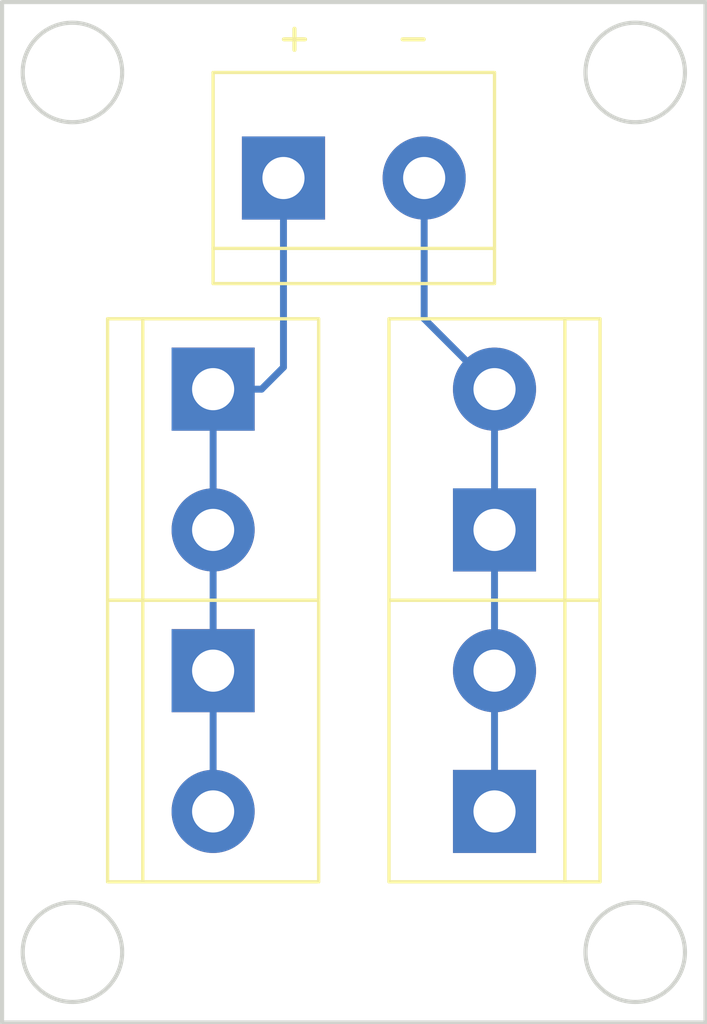
<source format=kicad_pcb>
(kicad_pcb (version 20171130) (host pcbnew 5.0.2+dfsg1-1)

  (general
    (thickness 1.6)
    (drawings 8)
    (tracks 9)
    (zones 0)
    (modules 5)
    (nets 1)
  )

  (page A4)
  (layers
    (0 F.Cu signal)
    (31 B.Cu signal)
    (32 B.Adhes user)
    (33 F.Adhes user)
    (34 B.Paste user)
    (35 F.Paste user)
    (36 B.SilkS user)
    (37 F.SilkS user)
    (38 B.Mask user)
    (39 F.Mask user)
    (40 Dwgs.User user)
    (41 Cmts.User user)
    (42 Eco1.User user)
    (43 Eco2.User user)
    (44 Edge.Cuts user)
    (45 Margin user)
    (46 B.CrtYd user)
    (47 F.CrtYd user)
    (48 B.Fab user)
    (49 F.Fab user)
  )

  (setup
    (last_trace_width 0.25)
    (trace_clearance 0.2)
    (zone_clearance 0.508)
    (zone_45_only no)
    (trace_min 0.2)
    (segment_width 0.2)
    (edge_width 0.15)
    (via_size 0.8)
    (via_drill 0.4)
    (via_min_size 0.4)
    (via_min_drill 0.3)
    (uvia_size 0.3)
    (uvia_drill 0.1)
    (uvias_allowed no)
    (uvia_min_size 0.2)
    (uvia_min_drill 0.1)
    (pcb_text_width 0.3)
    (pcb_text_size 1.5 1.5)
    (mod_edge_width 0.15)
    (mod_text_size 1 1)
    (mod_text_width 0.15)
    (pad_size 1.524 1.524)
    (pad_drill 0.762)
    (pad_to_mask_clearance 0.051)
    (solder_mask_min_width 0.25)
    (aux_axis_origin 0 0)
    (visible_elements FFFFFF7F)
    (pcbplotparams
      (layerselection 0x010fc_ffffffff)
      (usegerberextensions false)
      (usegerberattributes false)
      (usegerberadvancedattributes false)
      (creategerberjobfile false)
      (excludeedgelayer true)
      (linewidth 0.100000)
      (plotframeref false)
      (viasonmask false)
      (mode 1)
      (useauxorigin false)
      (hpglpennumber 1)
      (hpglpenspeed 20)
      (hpglpendiameter 15.000000)
      (psnegative false)
      (psa4output false)
      (plotreference true)
      (plotvalue true)
      (plotinvisibletext false)
      (padsonsilk false)
      (subtractmaskfromsilk false)
      (outputformat 1)
      (mirror false)
      (drillshape 1)
      (scaleselection 1)
      (outputdirectory ""))
  )

  (net 0 "")

  (net_class Default "Ceci est la Netclass par défaut."
    (clearance 0.2)
    (trace_width 0.25)
    (via_dia 0.8)
    (via_drill 0.4)
    (uvia_dia 0.3)
    (uvia_drill 0.1)
  )

  (module TerminalBlock:TerminalBlock_bornier-2_P5.08mm (layer F.Cu) (tedit 60A3C0D7) (tstamp 60A4DBDB)
    (at 43.18 27.94)
    (descr "simple 2-pin terminal block, pitch 5.08mm, revamped version of bornier2")
    (tags "terminal block bornier2")
    (fp_text reference "+    -" (at 2.54 -5.08) (layer F.SilkS)
      (effects (font (size 1 1) (thickness 0.15)))
    )
    (fp_text value TerminalBlock_bornier-2_P5.08mm (at 2.54 5.08) (layer F.Fab) hide
      (effects (font (size 1 1) (thickness 0.15)))
    )
    (fp_line (start 7.79 4) (end -2.71 4) (layer F.CrtYd) (width 0.05))
    (fp_line (start 7.79 4) (end 7.79 -4) (layer F.CrtYd) (width 0.05))
    (fp_line (start -2.71 -4) (end -2.71 4) (layer F.CrtYd) (width 0.05))
    (fp_line (start -2.71 -4) (end 7.79 -4) (layer F.CrtYd) (width 0.05))
    (fp_line (start -2.54 3.81) (end 7.62 3.81) (layer F.SilkS) (width 0.12))
    (fp_line (start -2.54 -3.81) (end -2.54 3.81) (layer F.SilkS) (width 0.12))
    (fp_line (start 7.62 -3.81) (end -2.54 -3.81) (layer F.SilkS) (width 0.12))
    (fp_line (start 7.62 3.81) (end 7.62 -3.81) (layer F.SilkS) (width 0.12))
    (fp_line (start 7.62 2.54) (end -2.54 2.54) (layer F.SilkS) (width 0.12))
    (fp_line (start 7.54 -3.75) (end -2.46 -3.75) (layer F.Fab) (width 0.1))
    (fp_line (start 7.54 3.75) (end 7.54 -3.75) (layer F.Fab) (width 0.1))
    (fp_line (start -2.46 3.75) (end 7.54 3.75) (layer F.Fab) (width 0.1))
    (fp_line (start -2.46 -3.75) (end -2.46 3.75) (layer F.Fab) (width 0.1))
    (fp_line (start -2.41 2.55) (end 7.49 2.55) (layer F.Fab) (width 0.1))
    (fp_text user %R (at 2.54 0) (layer F.Fab)
      (effects (font (size 1 1) (thickness 0.15)))
    )
    (pad 2 thru_hole circle (at 5.08 0) (size 3 3) (drill 1.52) (layers *.Cu *.Mask))
    (pad 1 thru_hole rect (at 0 0) (size 3 3) (drill 1.52) (layers *.Cu *.Mask))
    (model ${KISYS3DMOD}/TerminalBlock.3dshapes/TerminalBlock_bornier-2_P5.08mm.wrl
      (offset (xyz 2.539999961853027 0 0))
      (scale (xyz 1 1 1))
      (rotate (xyz 0 0 0))
    )
  )

  (module TerminalBlock:TerminalBlock_bornier-2_P5.08mm (layer F.Cu) (tedit 60A3C0F2) (tstamp 60A4DCC4)
    (at 50.8 50.8 90)
    (descr "simple 2-pin terminal block, pitch 5.08mm, revamped version of bornier2")
    (tags "terminal block bornier2")
    (fp_text reference REF** (at 2.54 -5.08 90) (layer F.SilkS) hide
      (effects (font (size 1 1) (thickness 0.15)))
    )
    (fp_text value TerminalBlock_bornier-2_P5.08mm (at 2.54 5.08 90) (layer F.Fab) hide
      (effects (font (size 1 1) (thickness 0.15)))
    )
    (fp_text user %R (at 2.54 0 90) (layer F.Fab) hide
      (effects (font (size 1 1) (thickness 0.15)))
    )
    (fp_line (start -2.41 2.55) (end 7.49 2.55) (layer F.Fab) (width 0.1))
    (fp_line (start -2.46 -3.75) (end -2.46 3.75) (layer F.Fab) (width 0.1))
    (fp_line (start -2.46 3.75) (end 7.54 3.75) (layer F.Fab) (width 0.1))
    (fp_line (start 7.54 3.75) (end 7.54 -3.75) (layer F.Fab) (width 0.1))
    (fp_line (start 7.54 -3.75) (end -2.46 -3.75) (layer F.Fab) (width 0.1))
    (fp_line (start 7.62 2.54) (end -2.54 2.54) (layer F.SilkS) (width 0.12))
    (fp_line (start 7.62 3.81) (end 7.62 -3.81) (layer F.SilkS) (width 0.12))
    (fp_line (start 7.62 -3.81) (end -2.54 -3.81) (layer F.SilkS) (width 0.12))
    (fp_line (start -2.54 -3.81) (end -2.54 3.81) (layer F.SilkS) (width 0.12))
    (fp_line (start -2.54 3.81) (end 7.62 3.81) (layer F.SilkS) (width 0.12))
    (fp_line (start -2.71 -4) (end 7.79 -4) (layer F.CrtYd) (width 0.05))
    (fp_line (start -2.71 -4) (end -2.71 4) (layer F.CrtYd) (width 0.05))
    (fp_line (start 7.79 4) (end 7.79 -4) (layer F.CrtYd) (width 0.05))
    (fp_line (start 7.79 4) (end -2.71 4) (layer F.CrtYd) (width 0.05))
    (pad 1 thru_hole rect (at 0 0 90) (size 3 3) (drill 1.52) (layers *.Cu *.Mask))
    (pad 2 thru_hole circle (at 5.08 0 90) (size 3 3) (drill 1.52) (layers *.Cu *.Mask))
    (model ${KISYS3DMOD}/TerminalBlock.3dshapes/TerminalBlock_bornier-2_P5.08mm.wrl
      (offset (xyz 2.539999961853027 0 0))
      (scale (xyz 1 1 1))
      (rotate (xyz 0 0 0))
    )
  )

  (module TerminalBlock:TerminalBlock_bornier-2_P5.08mm (layer F.Cu) (tedit 60A3C0EC) (tstamp 60A4DC86)
    (at 50.8 40.64 90)
    (descr "simple 2-pin terminal block, pitch 5.08mm, revamped version of bornier2")
    (tags "terminal block bornier2")
    (fp_text reference REF** (at 2.54 21.59 90) (layer F.SilkS) hide
      (effects (font (size 1 1) (thickness 0.15)))
    )
    (fp_text value TerminalBlock_bornier-2_P5.08mm (at 2.54 5.08 90) (layer F.Fab) hide
      (effects (font (size 1 1) (thickness 0.15)))
    )
    (fp_line (start 7.79 4) (end -2.71 4) (layer F.CrtYd) (width 0.05))
    (fp_line (start 7.79 4) (end 7.79 -4) (layer F.CrtYd) (width 0.05))
    (fp_line (start -2.71 -4) (end -2.71 4) (layer F.CrtYd) (width 0.05))
    (fp_line (start -2.71 -4) (end 7.79 -4) (layer F.CrtYd) (width 0.05))
    (fp_line (start -2.54 3.81) (end 7.62 3.81) (layer F.SilkS) (width 0.12))
    (fp_line (start -2.54 -3.81) (end -2.54 3.81) (layer F.SilkS) (width 0.12))
    (fp_line (start 7.62 -3.81) (end -2.54 -3.81) (layer F.SilkS) (width 0.12))
    (fp_line (start 7.62 3.81) (end 7.62 -3.81) (layer F.SilkS) (width 0.12))
    (fp_line (start 7.62 2.54) (end -2.54 2.54) (layer F.SilkS) (width 0.12))
    (fp_line (start 7.54 -3.75) (end -2.46 -3.75) (layer F.Fab) (width 0.1))
    (fp_line (start 7.54 3.75) (end 7.54 -3.75) (layer F.Fab) (width 0.1))
    (fp_line (start -2.46 3.75) (end 7.54 3.75) (layer F.Fab) (width 0.1))
    (fp_line (start -2.46 -3.75) (end -2.46 3.75) (layer F.Fab) (width 0.1))
    (fp_line (start -2.41 2.55) (end 7.49 2.55) (layer F.Fab) (width 0.1))
    (fp_text user %R (at 2.54 0 90) (layer F.Fab) hide
      (effects (font (size 1 1) (thickness 0.15)))
    )
    (pad 2 thru_hole circle (at 5.08 0 90) (size 3 3) (drill 1.52) (layers *.Cu *.Mask))
    (pad 1 thru_hole rect (at 0 0 90) (size 3 3) (drill 1.52) (layers *.Cu *.Mask))
    (model ${KISYS3DMOD}/TerminalBlock.3dshapes/TerminalBlock_bornier-2_P5.08mm.wrl
      (offset (xyz 2.539999961853027 0 0))
      (scale (xyz 1 1 1))
      (rotate (xyz 0 0 0))
    )
  )

  (module TerminalBlock:TerminalBlock_bornier-2_P5.08mm (layer F.Cu) (tedit 60A3C0E6) (tstamp 60A4DC4D)
    (at 40.64 45.72 270)
    (descr "simple 2-pin terminal block, pitch 5.08mm, revamped version of bornier2")
    (tags "terminal block bornier2")
    (fp_text reference REF** (at 2.54 -5.08 270) (layer F.SilkS) hide
      (effects (font (size 1 1) (thickness 0.15)))
    )
    (fp_text value "" (at 2.54 5.08 270) (layer F.Fab)
      (effects (font (size 1 1) (thickness 0.15)))
    )
    (fp_line (start 7.79 4) (end -2.71 4) (layer F.CrtYd) (width 0.05))
    (fp_line (start 7.79 4) (end 7.79 -4) (layer F.CrtYd) (width 0.05))
    (fp_line (start -2.71 -4) (end -2.71 4) (layer F.CrtYd) (width 0.05))
    (fp_line (start -2.71 -4) (end 7.79 -4) (layer F.CrtYd) (width 0.05))
    (fp_line (start -2.54 3.81) (end 7.62 3.81) (layer F.SilkS) (width 0.12))
    (fp_line (start -2.54 -3.81) (end -2.54 3.81) (layer F.SilkS) (width 0.12))
    (fp_line (start 7.62 -3.81) (end -2.54 -3.81) (layer F.SilkS) (width 0.12))
    (fp_line (start 7.62 3.81) (end 7.62 -3.81) (layer F.SilkS) (width 0.12))
    (fp_line (start 7.62 2.54) (end -2.54 2.54) (layer F.SilkS) (width 0.12))
    (fp_line (start 7.54 -3.75) (end -2.46 -3.75) (layer F.Fab) (width 0.1))
    (fp_line (start 7.54 3.75) (end 7.54 -3.75) (layer F.Fab) (width 0.1))
    (fp_line (start -2.46 3.75) (end 7.54 3.75) (layer F.Fab) (width 0.1))
    (fp_line (start -2.46 -3.75) (end -2.46 3.75) (layer F.Fab) (width 0.1))
    (fp_line (start -2.41 2.55) (end 7.49 2.55) (layer F.Fab) (width 0.1))
    (fp_text user %R (at 2.54 0 270) (layer F.Fab) hide
      (effects (font (size 1 1) (thickness 0.15)))
    )
    (pad 2 thru_hole circle (at 5.08 0 270) (size 3 3) (drill 1.52) (layers *.Cu *.Mask))
    (pad 1 thru_hole rect (at 0 0 270) (size 3 3) (drill 1.52) (layers *.Cu *.Mask))
    (model ${KISYS3DMOD}/TerminalBlock.3dshapes/TerminalBlock_bornier-2_P5.08mm.wrl
      (offset (xyz 2.539999961853027 0 0))
      (scale (xyz 1 1 1))
      (rotate (xyz 0 0 0))
    )
  )

  (module TerminalBlock:TerminalBlock_bornier-2_P5.08mm (layer F.Cu) (tedit 60A3C0E0) (tstamp 60A4DC06)
    (at 40.64 35.56 270)
    (descr "simple 2-pin terminal block, pitch 5.08mm, revamped version of bornier2")
    (tags "terminal block bornier2")
    (fp_text reference REF** (at 2.54 -5.08 270) (layer F.SilkS) hide
      (effects (font (size 1 1) (thickness 0.15)))
    )
    (fp_text value TerminalBlock_bornier-2_P5.08mm (at 2.54 5.08 270) (layer F.Fab) hide
      (effects (font (size 1 1) (thickness 0.15)))
    )
    (fp_text user %R (at 2.54 0 270) (layer F.Fab) hide
      (effects (font (size 1 1) (thickness 0.15)))
    )
    (fp_line (start -2.41 2.55) (end 7.49 2.55) (layer F.Fab) (width 0.1))
    (fp_line (start -2.46 -3.75) (end -2.46 3.75) (layer F.Fab) (width 0.1))
    (fp_line (start -2.46 3.75) (end 7.54 3.75) (layer F.Fab) (width 0.1))
    (fp_line (start 7.54 3.75) (end 7.54 -3.75) (layer F.Fab) (width 0.1))
    (fp_line (start 7.54 -3.75) (end -2.46 -3.75) (layer F.Fab) (width 0.1))
    (fp_line (start 7.62 2.54) (end -2.54 2.54) (layer F.SilkS) (width 0.12))
    (fp_line (start 7.62 3.81) (end 7.62 -3.81) (layer F.SilkS) (width 0.12))
    (fp_line (start 7.62 -3.81) (end -2.54 -3.81) (layer F.SilkS) (width 0.12))
    (fp_line (start -2.54 -3.81) (end -2.54 3.81) (layer F.SilkS) (width 0.12))
    (fp_line (start -2.54 3.81) (end 7.62 3.81) (layer F.SilkS) (width 0.12))
    (fp_line (start -2.71 -4) (end 7.79 -4) (layer F.CrtYd) (width 0.05))
    (fp_line (start -2.71 -4) (end -2.71 4) (layer F.CrtYd) (width 0.05))
    (fp_line (start 7.79 4) (end 7.79 -4) (layer F.CrtYd) (width 0.05))
    (fp_line (start 7.79 4) (end -2.71 4) (layer F.CrtYd) (width 0.05))
    (pad 1 thru_hole rect (at 0 0 270) (size 3 3) (drill 1.52) (layers *.Cu *.Mask))
    (pad 2 thru_hole circle (at 5.08 0 270) (size 3 3) (drill 1.52) (layers *.Cu *.Mask))
    (model ${KISYS3DMOD}/TerminalBlock.3dshapes/TerminalBlock_bornier-2_P5.08mm.wrl
      (offset (xyz 2.539999961853027 0 0))
      (scale (xyz 1 1 1))
      (rotate (xyz 0 0 0))
    )
  )

  (gr_circle (center 35.56 55.88) (end 36.83 57.15) (layer Edge.Cuts) (width 0.15) (tstamp 60A4DF7E))
  (gr_circle (center 35.56 24.13) (end 36.83 25.4) (layer Edge.Cuts) (width 0.15) (tstamp 60A4DF5F))
  (gr_line (start 33.02 21.59) (end 33.02 58.42) (layer Edge.Cuts) (width 0.15))
  (gr_line (start 58.42 58.42) (end 33.02 58.42) (layer Edge.Cuts) (width 0.15))
  (gr_line (start 58.42 21.59) (end 58.42 58.42) (layer Edge.Cuts) (width 0.15))
  (gr_circle (center 55.88 55.88) (end 57.15 57.15) (layer Edge.Cuts) (width 0.15) (tstamp 60A4DF4D))
  (gr_circle (center 55.88 24.13) (end 57.15 25.4) (layer Edge.Cuts) (width 0.15))
  (gr_line (start 33.02 21.59) (end 58.42 21.59) (layer Edge.Cuts) (width 0.15))

  (segment (start 43.18 34.77) (end 42.39 35.56) (width 0.25) (layer B.Cu) (net 0))
  (segment (start 42.39 35.56) (end 40.64 35.56) (width 0.25) (layer B.Cu) (net 0))
  (segment (start 43.18 27.94) (end 43.18 34.77) (width 0.25) (layer B.Cu) (net 0))
  (segment (start 40.64 35.56) (end 40.64 40.64) (width 0.25) (layer B.Cu) (net 0))
  (segment (start 40.64 40.64) (end 40.64 50.8) (width 0.25) (layer B.Cu) (net 0))
  (segment (start 48.26 33.02) (end 50.8 35.56) (width 0.25) (layer B.Cu) (net 0))
  (segment (start 48.26 27.94) (end 48.26 33.02) (width 0.25) (layer B.Cu) (net 0))
  (segment (start 50.8 35.56) (end 50.8 40.64) (width 0.25) (layer B.Cu) (net 0))
  (segment (start 50.8 40.64) (end 50.8 50.8) (width 0.25) (layer B.Cu) (net 0))

)

</source>
